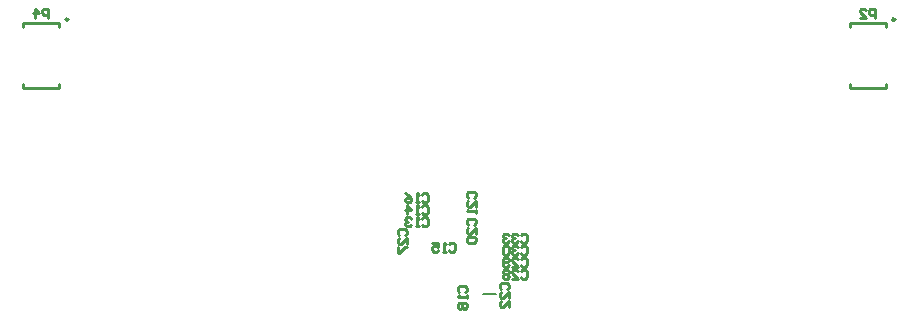
<source format=gbo>
%FSLAX25Y25*%
%MOIN*%
G70*
G01*
G75*
G04 Layer_Color=32896*
%ADD10O,0.03740X0.00787*%
%ADD11O,0.00787X0.03740*%
%ADD12R,0.16142X0.16142*%
%ADD13R,0.10984X0.02913*%
%ADD14R,0.02362X0.01969*%
%ADD15R,0.01969X0.02362*%
G04:AMPARAMS|DCode=16|XSize=19.69mil|YSize=23.62mil|CornerRadius=0mil|HoleSize=0mil|Usage=FLASHONLY|Rotation=60.000|XOffset=0mil|YOffset=0mil|HoleType=Round|Shape=Rectangle|*
%AMROTATEDRECTD16*
4,1,4,0.00531,-0.01443,-0.01515,-0.00262,-0.00531,0.01443,0.01515,0.00262,0.00531,-0.01443,0.0*
%
%ADD16ROTATEDRECTD16*%

G04:AMPARAMS|DCode=17|XSize=27.56mil|YSize=47.24mil|CornerRadius=0mil|HoleSize=0mil|Usage=FLASHONLY|Rotation=135.000|XOffset=0mil|YOffset=0mil|HoleType=Round|Shape=Rectangle|*
%AMROTATEDRECTD17*
4,1,4,0.02645,0.00696,-0.00696,-0.02645,-0.02645,-0.00696,0.00696,0.02645,0.02645,0.00696,0.0*
%
%ADD17ROTATEDRECTD17*%

G04:AMPARAMS|DCode=18|XSize=13.78mil|YSize=7.87mil|CornerRadius=0mil|HoleSize=0mil|Usage=FLASHONLY|Rotation=315.000|XOffset=0mil|YOffset=0mil|HoleType=Round|Shape=Rectangle|*
%AMROTATEDRECTD18*
4,1,4,-0.00766,0.00209,-0.00209,0.00766,0.00766,-0.00209,0.00209,-0.00766,-0.00766,0.00209,0.0*
%
%ADD18ROTATEDRECTD18*%

G04:AMPARAMS|DCode=19|XSize=200mil|YSize=59.84mil|CornerRadius=0mil|HoleSize=0mil|Usage=FLASHONLY|Rotation=330.000|XOffset=0mil|YOffset=0mil|HoleType=Round|Shape=Rectangle|*
%AMROTATEDRECTD19*
4,1,4,-0.10156,0.02409,-0.07164,0.07591,0.10156,-0.02409,0.07164,-0.07591,-0.10156,0.02409,0.0*
%
%ADD19ROTATEDRECTD19*%

%ADD20R,0.05984X0.20000*%
%ADD21R,0.03150X0.01181*%
G04:AMPARAMS|DCode=22|XSize=19.69mil|YSize=23.62mil|CornerRadius=0mil|HoleSize=0mil|Usage=FLASHONLY|Rotation=300.000|XOffset=0mil|YOffset=0mil|HoleType=Round|Shape=Rectangle|*
%AMROTATEDRECTD22*
4,1,4,-0.01515,0.00262,0.00531,0.01443,0.01515,-0.00262,-0.00531,-0.01443,-0.01515,0.00262,0.0*
%
%ADD22ROTATEDRECTD22*%

G04:AMPARAMS|DCode=23|XSize=200mil|YSize=59.84mil|CornerRadius=0mil|HoleSize=0mil|Usage=FLASHONLY|Rotation=30.000|XOffset=0mil|YOffset=0mil|HoleType=Round|Shape=Rectangle|*
%AMROTATEDRECTD23*
4,1,4,-0.07164,-0.07591,-0.10156,-0.02409,0.07164,0.07591,0.10156,0.02409,-0.07164,-0.07591,0.0*
%
%ADD23ROTATEDRECTD23*%

%ADD24R,0.04724X0.04331*%
%ADD25R,0.02362X0.03347*%
%ADD26R,0.00394X0.00394*%
%ADD27R,0.03543X0.03150*%
%ADD28R,0.03150X0.03543*%
%ADD29C,0.01000*%
%ADD30C,0.02000*%
%ADD31C,0.00600*%
%ADD32R,0.05906X0.05906*%
%ADD33C,0.05906*%
%ADD34C,0.02000*%
%ADD35R,0.05787X0.02913*%
%ADD36R,0.05118X0.03937*%
%ADD37C,0.00984*%
%ADD38C,0.00787*%
%ADD39C,0.00800*%
%ADD40C,0.10000*%
%ADD41O,0.04540X0.01587*%
%ADD42O,0.01587X0.04540*%
%ADD43R,0.16942X0.16942*%
%ADD44R,0.11784X0.03713*%
%ADD45R,0.03162X0.02769*%
%ADD46R,0.02769X0.03162*%
G04:AMPARAMS|DCode=47|XSize=27.69mil|YSize=31.62mil|CornerRadius=0mil|HoleSize=0mil|Usage=FLASHONLY|Rotation=60.000|XOffset=0mil|YOffset=0mil|HoleType=Round|Shape=Rectangle|*
%AMROTATEDRECTD47*
4,1,4,0.00677,-0.01989,-0.02061,-0.00408,-0.00677,0.01989,0.02061,0.00408,0.00677,-0.01989,0.0*
%
%ADD47ROTATEDRECTD47*%

G04:AMPARAMS|DCode=48|XSize=35.56mil|YSize=55.24mil|CornerRadius=0mil|HoleSize=0mil|Usage=FLASHONLY|Rotation=135.000|XOffset=0mil|YOffset=0mil|HoleType=Round|Shape=Rectangle|*
%AMROTATEDRECTD48*
4,1,4,0.03210,0.00696,-0.00696,-0.03210,-0.03210,-0.00696,0.00696,0.03210,0.03210,0.00696,0.0*
%
%ADD48ROTATEDRECTD48*%

G04:AMPARAMS|DCode=49|XSize=21.78mil|YSize=15.87mil|CornerRadius=0mil|HoleSize=0mil|Usage=FLASHONLY|Rotation=315.000|XOffset=0mil|YOffset=0mil|HoleType=Round|Shape=Rectangle|*
%AMROTATEDRECTD49*
4,1,4,-0.01331,0.00209,-0.00209,0.01331,0.01331,-0.00209,0.00209,-0.01331,-0.01331,0.00209,0.0*
%
%ADD49ROTATEDRECTD49*%

G04:AMPARAMS|DCode=50|XSize=208mil|YSize=67.84mil|CornerRadius=0mil|HoleSize=0mil|Usage=FLASHONLY|Rotation=330.000|XOffset=0mil|YOffset=0mil|HoleType=Round|Shape=Rectangle|*
%AMROTATEDRECTD50*
4,1,4,-0.10703,0.02262,-0.07311,0.08138,0.10703,-0.02262,0.07311,-0.08138,-0.10703,0.02262,0.0*
%
%ADD50ROTATEDRECTD50*%

%ADD51R,0.06784X0.20800*%
%ADD52R,0.03950X0.01981*%
G04:AMPARAMS|DCode=53|XSize=27.69mil|YSize=31.62mil|CornerRadius=0mil|HoleSize=0mil|Usage=FLASHONLY|Rotation=300.000|XOffset=0mil|YOffset=0mil|HoleType=Round|Shape=Rectangle|*
%AMROTATEDRECTD53*
4,1,4,-0.02061,0.00408,0.00677,0.01989,0.02061,-0.00408,-0.00677,-0.01989,-0.02061,0.00408,0.0*
%
%ADD53ROTATEDRECTD53*%

G04:AMPARAMS|DCode=54|XSize=208mil|YSize=67.84mil|CornerRadius=0mil|HoleSize=0mil|Usage=FLASHONLY|Rotation=30.000|XOffset=0mil|YOffset=0mil|HoleType=Round|Shape=Rectangle|*
%AMROTATEDRECTD54*
4,1,4,-0.07311,-0.08138,-0.10703,-0.02262,0.07311,0.08138,0.10703,0.02262,-0.07311,-0.08138,0.0*
%
%ADD54ROTATEDRECTD54*%

%ADD55R,0.05524X0.05131*%
%ADD56R,0.03162X0.04147*%
%ADD57R,0.01194X0.01194*%
%ADD58R,0.04343X0.03950*%
%ADD59R,0.03950X0.04343*%
%ADD60R,0.06706X0.06706*%
%ADD61C,0.06706*%
%ADD62C,0.02800*%
%ADD63R,0.06587X0.03713*%
%ADD64R,0.05918X0.04737*%
D29*
X-143799Y-10847D02*
Y-9500D01*
Y-10847D02*
X-131791D01*
Y-9500D01*
X-143799Y9500D02*
Y10847D01*
X-131791D01*
Y9500D02*
Y10847D01*
X131791Y-10847D02*
Y-9500D01*
Y-10847D02*
X143799D01*
Y-9500D01*
X131791Y9500D02*
Y10847D01*
X143799D01*
Y9500D02*
Y10847D01*
X-10999Y-54501D02*
X-10499Y-54001D01*
X-9500D01*
X-9000Y-54501D01*
Y-56500D01*
X-9500Y-57000D01*
X-10499D01*
X-10999Y-56500D01*
X-11999Y-57000D02*
X-12999D01*
X-12499D01*
Y-54001D01*
X-11999Y-54501D01*
X-14498D02*
X-14998Y-54001D01*
X-15998D01*
X-16498Y-54501D01*
Y-55001D01*
X-15998Y-55501D01*
X-15498D01*
X-15998D01*
X-16498Y-56000D01*
Y-56500D01*
X-15998Y-57000D01*
X-14998D01*
X-14498Y-56500D01*
X-10999Y-50501D02*
X-10499Y-50001D01*
X-9500D01*
X-9000Y-50501D01*
Y-52500D01*
X-9500Y-53000D01*
X-10499D01*
X-10999Y-52500D01*
X-11999Y-53000D02*
X-12999D01*
X-12499D01*
Y-50001D01*
X-11999Y-50501D01*
X-15998Y-53000D02*
Y-50001D01*
X-14498Y-51500D01*
X-16498D01*
X-1999Y-63001D02*
X-1500Y-62501D01*
X-500D01*
X0Y-63001D01*
Y-65000D01*
X-500Y-65500D01*
X-1500D01*
X-1999Y-65000D01*
X-2999Y-65500D02*
X-3999D01*
X-3499D01*
Y-62501D01*
X-2999Y-63001D01*
X-7498Y-62501D02*
X-5498D01*
Y-64000D01*
X-6498Y-63501D01*
X-6998D01*
X-7498Y-64000D01*
Y-65000D01*
X-6998Y-65500D01*
X-5998D01*
X-5498Y-65000D01*
X-10999Y-46501D02*
X-10499Y-46001D01*
X-9500D01*
X-9000Y-46501D01*
Y-48500D01*
X-9500Y-49000D01*
X-10499D01*
X-10999Y-48500D01*
X-11999Y-49000D02*
X-12999D01*
X-12499D01*
Y-46001D01*
X-11999Y-46501D01*
X-16498Y-46001D02*
X-15498Y-46501D01*
X-14498Y-47501D01*
Y-48500D01*
X-14998Y-49000D01*
X-15998D01*
X-16498Y-48500D01*
Y-48000D01*
X-15998Y-47501D01*
X-14498D01*
X1501Y-78999D02*
X1001Y-78500D01*
Y-77500D01*
X1501Y-77000D01*
X3500D01*
X4000Y-77500D01*
Y-78500D01*
X3500Y-78999D01*
X4000Y-79999D02*
Y-80999D01*
Y-80499D01*
X1001D01*
X1501Y-79999D01*
Y-82498D02*
X1001Y-82998D01*
Y-83998D01*
X1501Y-84498D01*
X2001D01*
X2500Y-83998D01*
X3000Y-84498D01*
X3500D01*
X4000Y-83998D01*
Y-82998D01*
X3500Y-82498D01*
X3000D01*
X2500Y-82998D01*
X2001Y-82498D01*
X1501D01*
X2500Y-82998D02*
Y-83998D01*
X4501Y-56499D02*
X4001Y-55999D01*
Y-55000D01*
X4501Y-54500D01*
X6500D01*
X7000Y-55000D01*
Y-55999D01*
X6500Y-56499D01*
X7000Y-59498D02*
Y-57499D01*
X5001Y-59498D01*
X4501D01*
X4001Y-58999D01*
Y-57999D01*
X4501Y-57499D01*
Y-60498D02*
X4001Y-60998D01*
Y-61998D01*
X4501Y-62497D01*
X6500D01*
X7000Y-61998D01*
Y-60998D01*
X6500Y-60498D01*
X4501D01*
Y-47499D02*
X4001Y-46999D01*
Y-46000D01*
X4501Y-45500D01*
X6500D01*
X7000Y-46000D01*
Y-46999D01*
X6500Y-47499D01*
X7000Y-50498D02*
Y-48499D01*
X5001Y-50498D01*
X4501D01*
X4001Y-49999D01*
Y-48999D01*
X4501Y-48499D01*
X7000Y-51498D02*
Y-52498D01*
Y-51998D01*
X4001D01*
X4501Y-51498D01*
X15501Y-77999D02*
X15001Y-77500D01*
Y-76500D01*
X15501Y-76000D01*
X17500D01*
X18000Y-76500D01*
Y-77500D01*
X17500Y-77999D01*
X18000Y-80998D02*
Y-78999D01*
X16001Y-80998D01*
X15501D01*
X15001Y-80499D01*
Y-79499D01*
X15501Y-78999D01*
X18000Y-83997D02*
Y-81998D01*
X16001Y-83997D01*
X15501D01*
X15001Y-83498D01*
Y-82498D01*
X15501Y-81998D01*
X-18499Y-59999D02*
X-18999Y-59500D01*
Y-58500D01*
X-18499Y-58000D01*
X-16500D01*
X-16000Y-58500D01*
Y-59500D01*
X-16500Y-59999D01*
X-16000Y-62998D02*
Y-60999D01*
X-17999Y-62998D01*
X-18499D01*
X-18999Y-62499D01*
Y-61499D01*
X-18499Y-60999D01*
X-18999Y-63998D02*
Y-65997D01*
X-18499D01*
X-16500Y-63998D01*
X-16000D01*
X22001Y-72001D02*
X22501Y-71501D01*
X23500D01*
X24000Y-72001D01*
Y-74000D01*
X23500Y-74500D01*
X22501D01*
X22001Y-74000D01*
X19002Y-74500D02*
X21001D01*
X19002Y-72501D01*
Y-72001D01*
X19501Y-71501D01*
X20501D01*
X21001Y-72001D01*
X18002D02*
X17502Y-71501D01*
X16502D01*
X16003Y-72001D01*
Y-72501D01*
X16502Y-73001D01*
X16003Y-73500D01*
Y-74000D01*
X16502Y-74500D01*
X17502D01*
X18002Y-74000D01*
Y-73500D01*
X17502Y-73001D01*
X18002Y-72501D01*
Y-72001D01*
X17502Y-73001D02*
X16502D01*
X22001Y-68001D02*
X22501Y-67501D01*
X23500D01*
X24000Y-68001D01*
Y-70000D01*
X23500Y-70500D01*
X22501D01*
X22001Y-70000D01*
X19002Y-70500D02*
X21001D01*
X19002Y-68501D01*
Y-68001D01*
X19501Y-67501D01*
X20501D01*
X21001Y-68001D01*
X18002Y-70000D02*
X17502Y-70500D01*
X16502D01*
X16003Y-70000D01*
Y-68001D01*
X16502Y-67501D01*
X17502D01*
X18002Y-68001D01*
Y-68501D01*
X17502Y-69001D01*
X16003D01*
X22001Y-64001D02*
X22501Y-63501D01*
X23500D01*
X24000Y-64001D01*
Y-66000D01*
X23500Y-66500D01*
X22501D01*
X22001Y-66000D01*
X21001Y-64001D02*
X20501Y-63501D01*
X19501D01*
X19002Y-64001D01*
Y-64501D01*
X19501Y-65000D01*
X20001D01*
X19501D01*
X19002Y-65500D01*
Y-66000D01*
X19501Y-66500D01*
X20501D01*
X21001Y-66000D01*
X18002Y-64001D02*
X17502Y-63501D01*
X16502D01*
X16003Y-64001D01*
Y-66000D01*
X16502Y-66500D01*
X17502D01*
X18002Y-66000D01*
Y-64001D01*
X22001Y-60001D02*
X22501Y-59501D01*
X23500D01*
X24000Y-60001D01*
Y-62000D01*
X23500Y-62500D01*
X22501D01*
X22001Y-62000D01*
X21001Y-60001D02*
X20501Y-59501D01*
X19501D01*
X19002Y-60001D01*
Y-60501D01*
X19501Y-61001D01*
X20001D01*
X19501D01*
X19002Y-61500D01*
Y-62000D01*
X19501Y-62500D01*
X20501D01*
X21001Y-62000D01*
X18002Y-60001D02*
X17502Y-59501D01*
X16502D01*
X16003Y-60001D01*
Y-60501D01*
X16502Y-61001D01*
X17002D01*
X16502D01*
X16003Y-61500D01*
Y-62000D01*
X16502Y-62500D01*
X17502D01*
X18002Y-62000D01*
X140000Y12500D02*
Y15499D01*
X138500D01*
X138001Y14999D01*
Y13999D01*
X138500Y13500D01*
X140000D01*
X135002Y12500D02*
X137001D01*
X135002Y14499D01*
Y14999D01*
X135501Y15499D01*
X136501D01*
X137001Y14999D01*
X-135500Y12500D02*
Y15499D01*
X-136999D01*
X-137499Y14999D01*
Y13999D01*
X-136999Y13500D01*
X-135500D01*
X-139999Y12500D02*
Y15499D01*
X-138499Y13999D01*
X-140498D01*
D37*
X-128811Y12000D02*
G03*
X-128811Y12000I-492J0D01*
G01*
X146780D02*
G03*
X146780Y12000I-492J0D01*
G01*
D38*
X9335Y-79500D02*
X13665D01*
M02*

</source>
